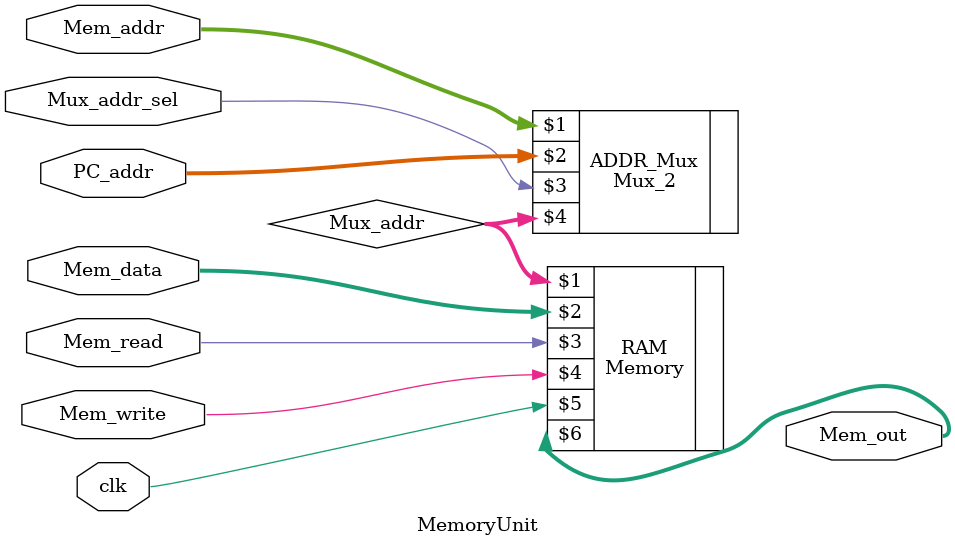
<source format=v>
`timescale 1ns / 1ps


module RISC_16bit(
    input CLK100MHZ, BTNC,
    output reg [15:0] LED,
    output [7:0] CA, AN
    );
    parameter DISREG0 = 4'hf, DISREG1 = 4'he;

    wire clk;
    wire rst = BTNC;

    reg [31:0] disp_data;

    wire [15:0] Mem_out, Mem_data;
    wire Rs_zero;
    wire [7:0] PC_addr, Offset_out, Rd_data;
    wire [3:0] Rd_addr, Rs_addr, Rt_addr;
    wire [2:0] ALU_sel;
    wire [1:0] Rd_sel;
    wire Rs_sel;
    wire Rd_write, Rs_read, Rt_read;
    wire PC_load, PC_clr, PC_inc;
    wire Offset_sel;
    wire IR_load;
    wire Mem_sel, Mem_read, Mem_write;

    SlowClock #(2, 100) SCLK(CLK100MHZ, clk);

    Display DU(
        disp_data,
        CLK100MHZ,
        1,
        CA, AN
    );

    ControlUnit CU(
        Mem_out, Mem_data,
        Rs_zero, clk, rst,
        Rd_data, PC_addr,
        ALU_sel, Rd_sel, Rs_sel,
        Rd_addr, Rs_addr, Rt_addr,
        Rd_write, Rs_read, Rt_read,
        Mem_sel, Mem_read, Mem_write
    );
    ProcessorUnit PU(
        Mem_out,
        Rd_data, PC_addr,
        ALU_sel,
        Rd_sel,
        Rd_addr, Rs_addr, Rt_addr,
        Rd_write, Rs_read, Rt_read,
        clk,
        Mem_data,
        Rs_zero
    );
    MemoryUnit MU(
        Mem_data,
        PC_addr, Mem_out[7:0],
        Mem_sel, Mem_read, Mem_write,
        clk,
        Mem_out
    );

    always@(posedge clk)
    begin
        LED = Rd_addr;
        if(Rd_write == 1)
            case(Rd_addr)
                DISREG0: disp_data[15: 0] = Mem_out;
                DISREG1: disp_data[31:16] = Mem_out;
            endcase
    end
endmodule

module ControlUnit (
    input [15:0] Mem_out,
    input [15:0] Rs_out,
    input Rs_zero, clk, rst,
    output [7:0] Rd_data, PC_addr,
    output [2:0] ALU_sel,
    output [1:0] Rd_sel,
    output Rs_sel,
    output [3:0] Rd_addr, Rs_addr, Rt_addr,
    output Rd_write, Rs_read, Rt_read,
    output Mem_sel, Mem_read, Mem_write
    );
    wire [15:0] Instr_mux, Instr_out;
    wire [7:0] Offset_out;
    wire PC_load, PC_clr, PC_inc;
    wire IR_sel, IR_load;
    
    Controller CON(
        Instr_out,
        Rs_zero, clk, rst,
        Rd_data,
        Rd_addr, Rs_addr, Rt_addr,
        ALU_sel,
        Rd_sel, Rs_sel,
        Rd_write, Rs_read, Rt_read,
        PC_load, PC_clr, PC_inc,
        IR_sel, IR_load,
        Mem_sel, Mem_read, Mem_write
    );
    Program_Counter PC(
        Offset_out,
        PC_load, PC_clr, PC_inc,
        clk,
        PC_addr
    );
    Offset OFF(
        PC_addr, Instr_out[7:0],
        Offset_out
    );
    Instruction_Register IR(
        Instr_mux, IR_load, 
        clk, 
        Instr_out
    );
    Mux_2 #(16) IR_Mux(
        Rs_out, Mem_out,
        IR_sel,
        Instr_mux
    );
endmodule

module ProcessorUnit (
    input [15:0] Instr,
    input [7:0] Rd_data, PC_addr,
    input [2:0] ALU_sel,
    input [1:0] Rd_sel,
    input [3:0] Rd_addr, Rs_addr, Rt_addr,
    input Rd_write, Rs_read, Rt_read,
    input clk,
    output [15:0] Rs_out,
    output Rs_zero
    );
    wire [15:0] RF_mux, Rt_out, ALU_out;
    RegisterFile RF(
        RF_mux,
        Rd_addr, Rd_write,
        Rs_addr, Rs_read,
        Rt_addr, Rt_read,
        clk,
        Rs_out, Rt_out,
        Rs_zero
    );
    ALU AU(
        Rs_out, Rt_out,
        ALU_sel, ALU_out
    );
    Mux_4 #(16) RDSEL(
        {8'h00, (PC_addr)}, {8'h00, Rd_data}, Instr, ALU_out,
        Rd_sel,
        RF_mux
    );
endmodule

module MemoryUnit (
    input [15:0] Mem_data,
    input [7:0] PC_addr, Mem_addr,
    input Mux_addr_sel,  Mem_read, Mem_write, clk,
    output [15:0] Mem_out
    );
    wire [7:0] Mux_addr;
    Memory RAM (
        Mux_addr, Mem_data,
        Mem_read, Mem_write,
        clk,
        Mem_out
    );
    Mux_2 #(8) ADDR_Mux(
        Mem_addr, PC_addr,
        Mux_addr_sel,
        Mux_addr
    );
endmodule

</source>
